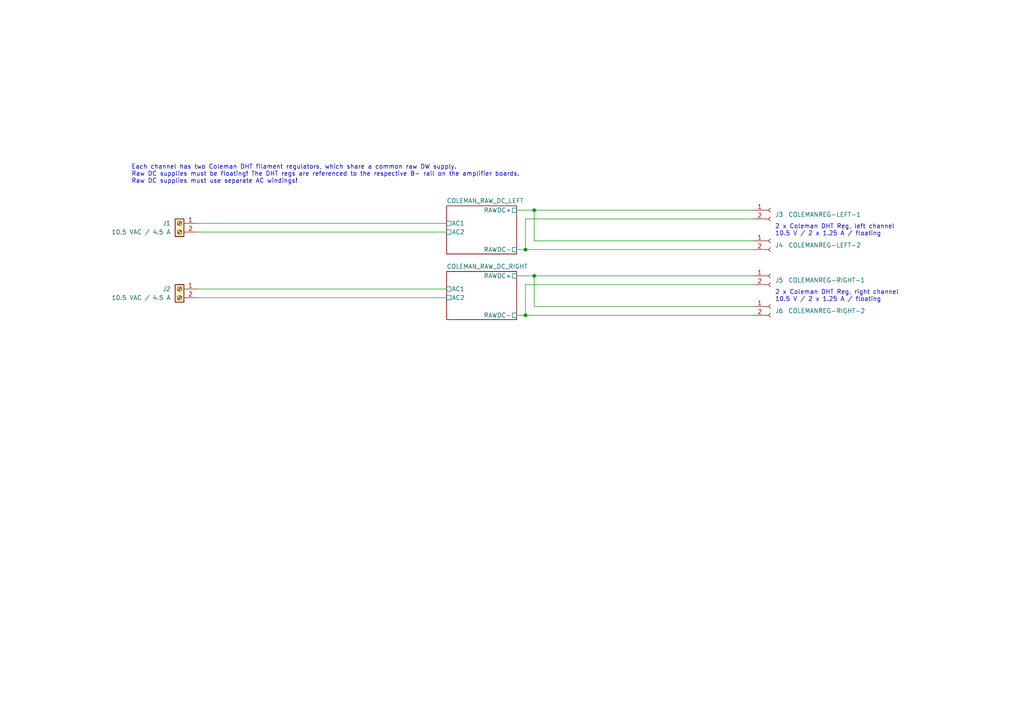
<source format=kicad_sch>
(kicad_sch (version 20230121) (generator eeschema)
  (paper "A4")
  (lib_symbols
    (symbol "Connector:Conn_01x02_Socket" (pin_names (offset 1.016) hide)
      (property "Reference" "J" (at 0 2.54 0))
      (property "Value" "Conn_01x02_Socket" (at 0 -5.08 0))
      (symbol "Conn_01x02_Socket_1_1"
        (arc (start 0 -2.032) (mid -0.5058 -2.54) (end 0 -3.048) (stroke (width 0.1524)))
        (polyline (pts (xy -1.27 -2.54) (xy -0.508 -2.54)) (stroke (width 0.1524)))
        (polyline (pts (xy -1.27 0) (xy -0.508 0)) (stroke (width 0.1524)))
        (arc (start 0 0.508) (mid -0.5058 0) (end 0 -0.508) (stroke (width 0.1524)))
        (pin passive line (at -5.08 0 0) (length 3.81) (name "Pin_1") (number "1"))
        (pin passive line (at -5.08 -2.54 0) (length 3.81) (name "Pin_2") (number "2"))
      )
    )
    (symbol "Connector:Screw_Terminal_01x02" (pin_names (offset 1.016) hide)
      (property "Reference" "J" (at 0 2.54 0))
      (property "Value" "Screw_Terminal_01x02" (at 0 -5.08 0))
      (symbol "Screw_Terminal_01x02_1_1"
        (rectangle (start -1.27 1.27) (end 1.27 -3.81) (stroke (width 0.254)) (fill (type background)))
        (circle (center 0 -2.54) (radius 0.635) (stroke (width 0.1524)))
        (polyline (pts (xy -0.5334 -2.2098) (xy 0.3302 -3.048)) (stroke (width 0.1524)))
        (polyline (pts (xy -0.5334 0.3302) (xy 0.3302 -0.508)) (stroke (width 0.1524)))
        (polyline (pts (xy -0.3556 -2.032) (xy 0.508 -2.8702)) (stroke (width 0.1524)))
        (polyline (pts (xy -0.3556 0.508) (xy 0.508 -0.3302)) (stroke (width 0.1524)))
        (circle (center 0 0) (radius 0.635) (stroke (width 0.1524)))
        (pin passive line (at -5.08 0 0) (length 3.81) (name "Pin_1") (number "1"))
        (pin passive line (at -5.08 -2.54 0) (length 3.81) (name "Pin_2") (number "2"))
      )
    )
  )
  (junction (at 154.94 60.96))
  (junction (at 152.4 91.44))
  (junction (at 152.4 72.39))
  (junction (at 154.94 80.01))
  (wire (pts (xy 154.94 60.96) (xy 154.94 69.85)))
  (wire (pts (xy 57.15 64.77) (xy 129.54 64.77)))
  (wire (pts (xy 218.44 69.85) (xy 154.94 69.85)))
  (wire (pts (xy 152.4 72.39) (xy 218.44 72.39)))
  (wire (pts (xy 57.15 67.31) (xy 129.54 67.31)))
  (wire (pts (xy 152.4 63.5) (xy 152.4 72.39)))
  (wire (pts (xy 154.94 80.01) (xy 154.94 88.9)))
  (wire (pts (xy 149.86 60.96) (xy 154.94 60.96)))
  (wire (pts (xy 218.44 88.9) (xy 154.94 88.9)))
  (wire (pts (xy 149.86 72.39) (xy 152.4 72.39)))
  (wire (pts (xy 218.44 82.55) (xy 152.4 82.55)))
  (wire (pts (xy 218.44 63.5) (xy 152.4 63.5)))
  (wire (pts (xy 57.15 86.36) (xy 129.54 86.36)))
  (wire (pts (xy 149.86 80.01) (xy 154.94 80.01)))
  (wire (pts (xy 149.86 91.44) (xy 152.4 91.44)))
  (wire (pts (xy 152.4 82.55) (xy 152.4 91.44)))
  (wire (pts (xy 154.94 60.96) (xy 218.44 60.96)))
  (wire (pts (xy 57.15 83.82) (xy 129.54 83.82)))
  (wire (pts (xy 154.94 80.01) (xy 218.44 80.01)))
  (wire (pts (xy 152.4 91.44) (xy 218.44 91.44)))
  (text "2 x Coleman DHT Reg, left channel\n10.5 V / 2 x 1.25 A / floating" (at 224.79 68.58 0) (effects (font (size 1.27 1.27)) (justify left bottom)))
  (text "Each channel has two Coleman DHT filament regulators, which share a common raw DW supply.\nRaw DC supplies must be floating! The DHT regs are referenced to the respective B- rail on the amplifier boards.\nRaw DC supplies must use separate AC windings!" (at 38.1 53.34 0) (effects (font (size 1.27 1.27)) (justify left bottom)))
  (text "2 x Coleman DHT Reg, right channel\n10.5 V / 2 x 1.25 A / floating" (at 224.79 87.63 0) (effects (font (size 1.27 1.27)) (justify left bottom)))
  (symbol (lib_id "Connector:Conn_01x02_Socket") (at 223.52 88.9 0) (unit 1)
    (property "Reference" "J6" (at 224.79 90.17 0) (effects (justify left)))
    (property "Value" "COLEMANREG-RIGHT-2" (at 228.6 90.17 0) (effects (justify left)))
    (property "Footprint" "Connector_Molex:Molex_KK-396_A-41791-0002_1x02_P3.96mm_Vertical" (effects hide))
    (property "Datasheet" "https://www.molex.com/en-us/products/part-detail/417910849?display=pdf" (effects hide))
    (property "MPN" "41791-0849" (effects hide))
  )
  (symbol (lib_id "Connector:Screw_Terminal_01x02") (at 52.07 83.82 0) (mirror y) (unit 1)
    (property "Reference" "J2" (at 49.53 83.82 0) (effects (justify left)))
    (property "Value" "10.5 VAC / 4.5 A" (at 49.53 86.36 0) (effects (justify left)))
    (property "Footprint" "TerminalBlock_Phoenix:TerminalBlock_Phoenix_MKDS-1,5-2-5.08_1x02_P5.08mm_Horizontal" (effects hide))
    (property "Datasheet" "https://www.phoenixcontact.com/us/products/1729128/pdf" (effects hide))
    (property "MPN" "1729128" (effects hide))
  )
  (symbol (lib_id "Connector:Conn_01x02_Socket") (at 223.52 80.01 0) (unit 1)
    (property "Reference" "J5" (at 224.79 81.28 0) (effects (justify left)))
    (property "Value" "COLEMANREG-RIGHT-1" (at 228.6 81.28 0) (effects (justify left)))
    (property "Footprint" "Connector_Molex:Molex_KK-396_A-41791-0002_1x02_P3.96mm_Vertical" (effects hide))
    (property "Datasheet" "https://www.molex.com/en-us/products/part-detail/417910849?display=pdf" (effects hide))
    (property "MPN" "41791-0849" (effects hide))
  )
  (symbol (lib_id "Connector:Conn_01x02_Socket") (at 223.52 60.96 0) (unit 1)
    (property "Reference" "J3" (at 224.79 62.23 0) (effects (justify left)))
    (property "Value" "COLEMANREG-LEFT-1" (at 228.6 62.23 0) (effects (justify left)))
    (property "Footprint" "Connector_Molex:Molex_KK-396_A-41791-0002_1x02_P3.96mm_Vertical" (effects hide))
    (property "Datasheet" "https://www.molex.com/en-us/products/part-detail/417910849?display=pdf" (effects hide))
    (property "MPN" "41791-0849" (effects hide))
  )
  (symbol (lib_id "Connector:Screw_Terminal_01x02") (at 52.07 64.77 0) (mirror y) (unit 1)
    (property "Reference" "J1" (at 49.53 64.77 0) (effects (justify left)))
    (property "Value" "10.5 VAC / 4.5 A" (at 49.53 67.31 0) (effects (justify left)))
    (property "Footprint" "TerminalBlock_Phoenix:TerminalBlock_Phoenix_MKDS-1,5-2-5.08_1x02_P5.08mm_Horizontal" (effects hide))
    (property "Datasheet" "https://www.phoenixcontact.com/us/products/1729128/pdf" (effects hide))
    (property "MPN" "1729128" (effects hide))
  )
  (symbol (lib_id "Connector:Conn_01x02_Socket") (at 223.52 69.85 0) (unit 1)
    (property "Reference" "J4" (at 224.79 71.12 0) (effects (justify left)))
    (property "Value" "COLEMANREG-LEFT-2" (at 228.6 71.12 0) (effects (justify left)))
    (property "Footprint" "Connector_Molex:Molex_KK-396_A-41791-0002_1x02_P3.96mm_Vertical" (effects hide))
    (property "Datasheet" "https://www.molex.com/en-us/products/part-detail/417910849?display=pdf" (effects hide))
    (property "MPN" "41791-0849" (effects hide))
  )
  (sheet (at 129.54 59.69) (size 20.32 13.97) (stroke (width 0.1524))
    (property "Sheetname" "COLEMAN_RAW_DC_LEFT" (at 129.54 58.9784 0) (effects (justify left bottom)))
    (property "Sheetfile" "COLEMAN_RAW_DC.kicad_sch" (effects hide))
    (pin "AC2" passive (at 129.54 67.31 180))
    (pin "AC1" passive (at 129.54 64.77 180))
    (pin "RAWDC+" passive (at 149.86 60.96 0))
    (pin "RAWDC-" passive (at 149.86 72.39 0))
  )
  (sheet (at 129.54 78.74) (size 20.32 13.97) (stroke (width 0.1524))
    (property "Sheetname" "COLEMAN_RAW_DC_RIGHT" (at 129.54 78.0284 0) (effects (justify left bottom)))
    (property "Sheetfile" "COLEMAN_RAW_DC.kicad_sch" (effects hide))
    (pin "AC2" passive (at 129.54 86.36 180))
    (pin "AC1" passive (at 129.54 83.82 180))
    (pin "RAWDC+" passive (at 149.86 80.01 0))
    (pin "RAWDC-" passive (at 149.86 91.44 0))
  )
)
</source>
